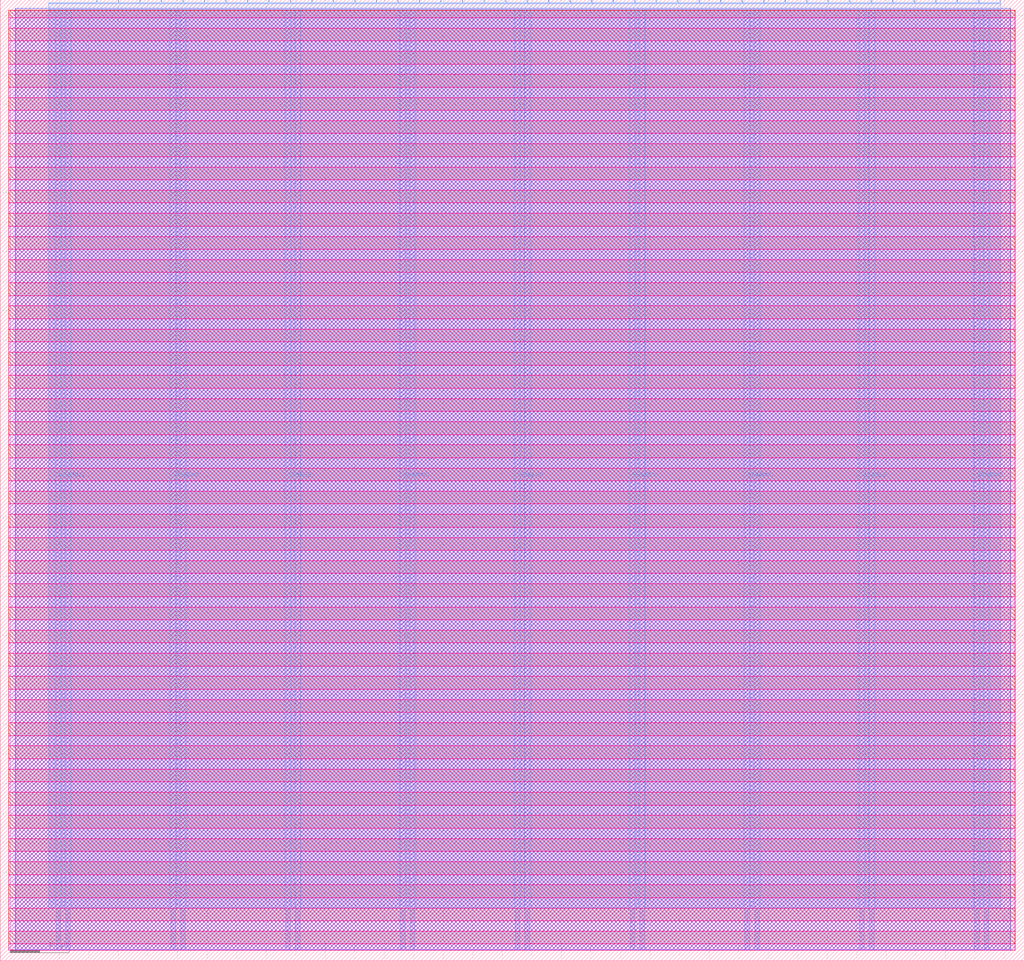
<source format=lef>
VERSION 5.7 ;
  NOWIREEXTENSIONATPIN ON ;
  DIVIDERCHAR "/" ;
  BUSBITCHARS "[]" ;
MACRO tt_um_mmorri22_lockpick_game
  CLASS BLOCK ;
  FOREIGN tt_um_mmorri22_lockpick_game ;
  ORIGIN 0.000 0.000 ;
  SIZE 346.640 BY 325.360 ;
  PIN VGND
    DIRECTION INOUT ;
    USE GROUND ;
    PORT
      LAYER Metal4 ;
        RECT 22.180 3.620 23.780 321.740 ;
    END
    PORT
      LAYER Metal4 ;
        RECT 61.050 3.620 62.650 321.740 ;
    END
    PORT
      LAYER Metal4 ;
        RECT 99.920 3.620 101.520 321.740 ;
    END
    PORT
      LAYER Metal4 ;
        RECT 138.790 3.620 140.390 321.740 ;
    END
    PORT
      LAYER Metal4 ;
        RECT 177.660 3.620 179.260 321.740 ;
    END
    PORT
      LAYER Metal4 ;
        RECT 216.530 3.620 218.130 321.740 ;
    END
    PORT
      LAYER Metal4 ;
        RECT 255.400 3.620 257.000 321.740 ;
    END
    PORT
      LAYER Metal4 ;
        RECT 294.270 3.620 295.870 321.740 ;
    END
    PORT
      LAYER Metal4 ;
        RECT 333.140 3.620 334.740 321.740 ;
    END
  END VGND
  PIN VPWR
    DIRECTION INOUT ;
    USE POWER ;
    PORT
      LAYER Metal4 ;
        RECT 18.880 3.620 20.480 321.740 ;
    END
    PORT
      LAYER Metal4 ;
        RECT 57.750 3.620 59.350 321.740 ;
    END
    PORT
      LAYER Metal4 ;
        RECT 96.620 3.620 98.220 321.740 ;
    END
    PORT
      LAYER Metal4 ;
        RECT 135.490 3.620 137.090 321.740 ;
    END
    PORT
      LAYER Metal4 ;
        RECT 174.360 3.620 175.960 321.740 ;
    END
    PORT
      LAYER Metal4 ;
        RECT 213.230 3.620 214.830 321.740 ;
    END
    PORT
      LAYER Metal4 ;
        RECT 252.100 3.620 253.700 321.740 ;
    END
    PORT
      LAYER Metal4 ;
        RECT 290.970 3.620 292.570 321.740 ;
    END
    PORT
      LAYER Metal4 ;
        RECT 329.840 3.620 331.440 321.740 ;
    END
  END VPWR
  PIN clk
    DIRECTION INPUT ;
    USE SIGNAL ;
    ANTENNAGATEAREA 4.738000 ;
    PORT
      LAYER Metal4 ;
        RECT 331.090 324.360 331.390 325.360 ;
    END
  END clk
  PIN ena
    DIRECTION INPUT ;
    USE SIGNAL ;
    ANTENNAGATEAREA 1.102000 ;
    PORT
      LAYER Metal4 ;
        RECT 338.370 324.360 338.670 325.360 ;
    END
  END ena
  PIN rst_n
    DIRECTION INPUT ;
    USE SIGNAL ;
    ANTENNAGATEAREA 0.741000 ;
    PORT
      LAYER Metal4 ;
        RECT 323.810 324.360 324.110 325.360 ;
    END
  END rst_n
  PIN ui_in[0]
    DIRECTION INPUT ;
    USE SIGNAL ;
    ANTENNAGATEAREA 0.396000 ;
    PORT
      LAYER Metal4 ;
        RECT 316.530 324.360 316.830 325.360 ;
    END
  END ui_in[0]
  PIN ui_in[1]
    DIRECTION INPUT ;
    USE SIGNAL ;
    ANTENNAGATEAREA 1.102000 ;
    PORT
      LAYER Metal4 ;
        RECT 309.250 324.360 309.550 325.360 ;
    END
  END ui_in[1]
  PIN ui_in[2]
    DIRECTION INPUT ;
    USE SIGNAL ;
    ANTENNAGATEAREA 1.102000 ;
    PORT
      LAYER Metal4 ;
        RECT 301.970 324.360 302.270 325.360 ;
    END
  END ui_in[2]
  PIN ui_in[3]
    DIRECTION INPUT ;
    USE SIGNAL ;
    ANTENNAGATEAREA 1.102000 ;
    PORT
      LAYER Metal4 ;
        RECT 294.690 324.360 294.990 325.360 ;
    END
  END ui_in[3]
  PIN ui_in[4]
    DIRECTION INPUT ;
    USE SIGNAL ;
    ANTENNAGATEAREA 1.102000 ;
    PORT
      LAYER Metal4 ;
        RECT 287.410 324.360 287.710 325.360 ;
    END
  END ui_in[4]
  PIN ui_in[5]
    DIRECTION INPUT ;
    USE SIGNAL ;
    ANTENNAGATEAREA 1.102000 ;
    PORT
      LAYER Metal4 ;
        RECT 280.130 324.360 280.430 325.360 ;
    END
  END ui_in[5]
  PIN ui_in[6]
    DIRECTION INPUT ;
    USE SIGNAL ;
    ANTENNAGATEAREA 1.102000 ;
    PORT
      LAYER Metal4 ;
        RECT 272.850 324.360 273.150 325.360 ;
    END
  END ui_in[6]
  PIN ui_in[7]
    DIRECTION INPUT ;
    USE SIGNAL ;
    ANTENNAGATEAREA 1.102000 ;
    PORT
      LAYER Metal4 ;
        RECT 265.570 324.360 265.870 325.360 ;
    END
  END ui_in[7]
  PIN uio_in[0]
    DIRECTION INPUT ;
    USE SIGNAL ;
    ANTENNAGATEAREA 0.396000 ;
    PORT
      LAYER Metal4 ;
        RECT 258.290 324.360 258.590 325.360 ;
    END
  END uio_in[0]
  PIN uio_in[1]
    DIRECTION INPUT ;
    USE SIGNAL ;
    ANTENNAGATEAREA 1.102000 ;
    PORT
      LAYER Metal4 ;
        RECT 251.010 324.360 251.310 325.360 ;
    END
  END uio_in[1]
  PIN uio_in[2]
    DIRECTION INPUT ;
    USE SIGNAL ;
    PORT
      LAYER Metal4 ;
        RECT 243.730 324.360 244.030 325.360 ;
    END
  END uio_in[2]
  PIN uio_in[3]
    DIRECTION INPUT ;
    USE SIGNAL ;
    PORT
      LAYER Metal4 ;
        RECT 236.450 324.360 236.750 325.360 ;
    END
  END uio_in[3]
  PIN uio_in[4]
    DIRECTION INPUT ;
    USE SIGNAL ;
    PORT
      LAYER Metal4 ;
        RECT 229.170 324.360 229.470 325.360 ;
    END
  END uio_in[4]
  PIN uio_in[5]
    DIRECTION INPUT ;
    USE SIGNAL ;
    PORT
      LAYER Metal4 ;
        RECT 221.890 324.360 222.190 325.360 ;
    END
  END uio_in[5]
  PIN uio_in[6]
    DIRECTION INPUT ;
    USE SIGNAL ;
    PORT
      LAYER Metal4 ;
        RECT 214.610 324.360 214.910 325.360 ;
    END
  END uio_in[6]
  PIN uio_in[7]
    DIRECTION INPUT ;
    USE SIGNAL ;
    PORT
      LAYER Metal4 ;
        RECT 207.330 324.360 207.630 325.360 ;
    END
  END uio_in[7]
  PIN uio_oe[0]
    DIRECTION OUTPUT ;
    USE SIGNAL ;
    ANTENNADIFFAREA 0.360800 ;
    PORT
      LAYER Metal4 ;
        RECT 83.570 324.360 83.870 325.360 ;
    END
  END uio_oe[0]
  PIN uio_oe[1]
    DIRECTION OUTPUT ;
    USE SIGNAL ;
    ANTENNADIFFAREA 0.360800 ;
    PORT
      LAYER Metal4 ;
        RECT 76.290 324.360 76.590 325.360 ;
    END
  END uio_oe[1]
  PIN uio_oe[2]
    DIRECTION OUTPUT ;
    USE SIGNAL ;
    ANTENNADIFFAREA 0.536800 ;
    PORT
      LAYER Metal4 ;
        RECT 69.010 324.360 69.310 325.360 ;
    END
  END uio_oe[2]
  PIN uio_oe[3]
    DIRECTION OUTPUT ;
    USE SIGNAL ;
    ANTENNADIFFAREA 0.536800 ;
    PORT
      LAYER Metal4 ;
        RECT 61.730 324.360 62.030 325.360 ;
    END
  END uio_oe[3]
  PIN uio_oe[4]
    DIRECTION OUTPUT ;
    USE SIGNAL ;
    ANTENNADIFFAREA 0.536800 ;
    PORT
      LAYER Metal4 ;
        RECT 54.450 324.360 54.750 325.360 ;
    END
  END uio_oe[4]
  PIN uio_oe[5]
    DIRECTION OUTPUT ;
    USE SIGNAL ;
    ANTENNADIFFAREA 0.536800 ;
    PORT
      LAYER Metal4 ;
        RECT 47.170 324.360 47.470 325.360 ;
    END
  END uio_oe[5]
  PIN uio_oe[6]
    DIRECTION OUTPUT ;
    USE SIGNAL ;
    ANTENNADIFFAREA 1.986000 ;
    PORT
      LAYER Metal4 ;
        RECT 39.890 324.360 40.190 325.360 ;
    END
  END uio_oe[6]
  PIN uio_oe[7]
    DIRECTION OUTPUT ;
    USE SIGNAL ;
    ANTENNADIFFAREA 1.986000 ;
    PORT
      LAYER Metal4 ;
        RECT 32.610 324.360 32.910 325.360 ;
    END
  END uio_oe[7]
  PIN uio_out[0]
    DIRECTION OUTPUT ;
    USE SIGNAL ;
    ANTENNADIFFAREA 1.986000 ;
    PORT
      LAYER Metal4 ;
        RECT 141.810 324.360 142.110 325.360 ;
    END
  END uio_out[0]
  PIN uio_out[1]
    DIRECTION OUTPUT ;
    USE SIGNAL ;
    ANTENNADIFFAREA 1.986000 ;
    PORT
      LAYER Metal4 ;
        RECT 134.530 324.360 134.830 325.360 ;
    END
  END uio_out[1]
  PIN uio_out[2]
    DIRECTION OUTPUT ;
    USE SIGNAL ;
    ANTENNADIFFAREA 1.986000 ;
    PORT
      LAYER Metal4 ;
        RECT 127.250 324.360 127.550 325.360 ;
    END
  END uio_out[2]
  PIN uio_out[3]
    DIRECTION OUTPUT ;
    USE SIGNAL ;
    ANTENNAGATEAREA 1.057000 ;
    ANTENNADIFFAREA 1.055600 ;
    PORT
      LAYER Metal4 ;
        RECT 119.970 324.360 120.270 325.360 ;
    END
  END uio_out[3]
  PIN uio_out[4]
    DIRECTION OUTPUT ;
    USE SIGNAL ;
    ANTENNAGATEAREA 1.057000 ;
    ANTENNADIFFAREA 1.055600 ;
    PORT
      LAYER Metal4 ;
        RECT 112.690 324.360 112.990 325.360 ;
    END
  END uio_out[4]
  PIN uio_out[5]
    DIRECTION OUTPUT ;
    USE SIGNAL ;
    ANTENNADIFFAREA 1.986000 ;
    PORT
      LAYER Metal4 ;
        RECT 105.410 324.360 105.710 325.360 ;
    END
  END uio_out[5]
  PIN uio_out[6]
    DIRECTION OUTPUT ;
    USE SIGNAL ;
    ANTENNADIFFAREA 1.986000 ;
    PORT
      LAYER Metal4 ;
        RECT 98.130 324.360 98.430 325.360 ;
    END
  END uio_out[6]
  PIN uio_out[7]
    DIRECTION OUTPUT ;
    USE SIGNAL ;
    ANTENNADIFFAREA 1.986000 ;
    PORT
      LAYER Metal4 ;
        RECT 90.850 324.360 91.150 325.360 ;
    END
  END uio_out[7]
  PIN uo_out[0]
    DIRECTION OUTPUT ;
    USE SIGNAL ;
    ANTENNADIFFAREA 1.060800 ;
    PORT
      LAYER Metal4 ;
        RECT 200.050 324.360 200.350 325.360 ;
    END
  END uo_out[0]
  PIN uo_out[1]
    DIRECTION OUTPUT ;
    USE SIGNAL ;
    ANTENNADIFFAREA 1.060800 ;
    PORT
      LAYER Metal4 ;
        RECT 192.770 324.360 193.070 325.360 ;
    END
  END uo_out[1]
  PIN uo_out[2]
    DIRECTION OUTPUT ;
    USE SIGNAL ;
    ANTENNADIFFAREA 1.060800 ;
    PORT
      LAYER Metal4 ;
        RECT 185.490 324.360 185.790 325.360 ;
    END
  END uo_out[2]
  PIN uo_out[3]
    DIRECTION OUTPUT ;
    USE SIGNAL ;
    ANTENNADIFFAREA 1.060800 ;
    PORT
      LAYER Metal4 ;
        RECT 178.210 324.360 178.510 325.360 ;
    END
  END uo_out[3]
  PIN uo_out[4]
    DIRECTION OUTPUT ;
    USE SIGNAL ;
    ANTENNADIFFAREA 1.060800 ;
    PORT
      LAYER Metal4 ;
        RECT 170.930 324.360 171.230 325.360 ;
    END
  END uo_out[4]
  PIN uo_out[5]
    DIRECTION OUTPUT ;
    USE SIGNAL ;
    ANTENNADIFFAREA 1.060800 ;
    PORT
      LAYER Metal4 ;
        RECT 163.650 324.360 163.950 325.360 ;
    END
  END uo_out[5]
  PIN uo_out[6]
    DIRECTION OUTPUT ;
    USE SIGNAL ;
    ANTENNADIFFAREA 1.060800 ;
    PORT
      LAYER Metal4 ;
        RECT 156.370 324.360 156.670 325.360 ;
    END
  END uo_out[6]
  PIN uo_out[7]
    DIRECTION OUTPUT ;
    USE SIGNAL ;
    ANTENNADIFFAREA 1.060800 ;
    PORT
      LAYER Metal4 ;
        RECT 149.090 324.360 149.390 325.360 ;
    END
  END uo_out[7]
  OBS
      LAYER Nwell ;
        RECT 2.930 319.280 343.710 321.870 ;
      LAYER Pwell ;
        RECT 2.930 315.760 343.710 319.280 ;
      LAYER Nwell ;
        RECT 2.930 311.440 343.710 315.760 ;
      LAYER Pwell ;
        RECT 2.930 307.920 343.710 311.440 ;
      LAYER Nwell ;
        RECT 2.930 303.600 343.710 307.920 ;
      LAYER Pwell ;
        RECT 2.930 300.080 343.710 303.600 ;
      LAYER Nwell ;
        RECT 2.930 295.760 343.710 300.080 ;
      LAYER Pwell ;
        RECT 2.930 292.240 343.710 295.760 ;
      LAYER Nwell ;
        RECT 2.930 287.920 343.710 292.240 ;
      LAYER Pwell ;
        RECT 2.930 284.400 343.710 287.920 ;
      LAYER Nwell ;
        RECT 2.930 280.080 343.710 284.400 ;
      LAYER Pwell ;
        RECT 2.930 276.560 343.710 280.080 ;
      LAYER Nwell ;
        RECT 2.930 272.240 343.710 276.560 ;
      LAYER Pwell ;
        RECT 2.930 268.720 343.710 272.240 ;
      LAYER Nwell ;
        RECT 2.930 264.400 343.710 268.720 ;
      LAYER Pwell ;
        RECT 2.930 260.880 343.710 264.400 ;
      LAYER Nwell ;
        RECT 2.930 256.560 343.710 260.880 ;
      LAYER Pwell ;
        RECT 2.930 253.040 343.710 256.560 ;
      LAYER Nwell ;
        RECT 2.930 248.720 343.710 253.040 ;
      LAYER Pwell ;
        RECT 2.930 245.200 343.710 248.720 ;
      LAYER Nwell ;
        RECT 2.930 240.880 343.710 245.200 ;
      LAYER Pwell ;
        RECT 2.930 237.360 343.710 240.880 ;
      LAYER Nwell ;
        RECT 2.930 233.040 343.710 237.360 ;
      LAYER Pwell ;
        RECT 2.930 229.520 343.710 233.040 ;
      LAYER Nwell ;
        RECT 2.930 225.200 343.710 229.520 ;
      LAYER Pwell ;
        RECT 2.930 221.680 343.710 225.200 ;
      LAYER Nwell ;
        RECT 2.930 217.360 343.710 221.680 ;
      LAYER Pwell ;
        RECT 2.930 213.840 343.710 217.360 ;
      LAYER Nwell ;
        RECT 2.930 209.520 343.710 213.840 ;
      LAYER Pwell ;
        RECT 2.930 206.000 343.710 209.520 ;
      LAYER Nwell ;
        RECT 2.930 201.680 343.710 206.000 ;
      LAYER Pwell ;
        RECT 2.930 198.160 343.710 201.680 ;
      LAYER Nwell ;
        RECT 2.930 193.840 343.710 198.160 ;
      LAYER Pwell ;
        RECT 2.930 190.320 343.710 193.840 ;
      LAYER Nwell ;
        RECT 2.930 186.000 343.710 190.320 ;
      LAYER Pwell ;
        RECT 2.930 182.480 343.710 186.000 ;
      LAYER Nwell ;
        RECT 2.930 178.160 343.710 182.480 ;
      LAYER Pwell ;
        RECT 2.930 174.640 343.710 178.160 ;
      LAYER Nwell ;
        RECT 2.930 170.320 343.710 174.640 ;
      LAYER Pwell ;
        RECT 2.930 166.800 343.710 170.320 ;
      LAYER Nwell ;
        RECT 2.930 162.480 343.710 166.800 ;
      LAYER Pwell ;
        RECT 2.930 158.960 343.710 162.480 ;
      LAYER Nwell ;
        RECT 2.930 154.640 343.710 158.960 ;
      LAYER Pwell ;
        RECT 2.930 151.120 343.710 154.640 ;
      LAYER Nwell ;
        RECT 2.930 146.800 343.710 151.120 ;
      LAYER Pwell ;
        RECT 2.930 143.280 343.710 146.800 ;
      LAYER Nwell ;
        RECT 2.930 138.960 343.710 143.280 ;
      LAYER Pwell ;
        RECT 2.930 135.440 343.710 138.960 ;
      LAYER Nwell ;
        RECT 2.930 131.120 343.710 135.440 ;
      LAYER Pwell ;
        RECT 2.930 127.600 343.710 131.120 ;
      LAYER Nwell ;
        RECT 2.930 123.280 343.710 127.600 ;
      LAYER Pwell ;
        RECT 2.930 119.760 343.710 123.280 ;
      LAYER Nwell ;
        RECT 2.930 115.440 343.710 119.760 ;
      LAYER Pwell ;
        RECT 2.930 111.920 343.710 115.440 ;
      LAYER Nwell ;
        RECT 2.930 107.600 343.710 111.920 ;
      LAYER Pwell ;
        RECT 2.930 104.080 343.710 107.600 ;
      LAYER Nwell ;
        RECT 2.930 99.760 343.710 104.080 ;
      LAYER Pwell ;
        RECT 2.930 96.240 343.710 99.760 ;
      LAYER Nwell ;
        RECT 2.930 91.920 343.710 96.240 ;
      LAYER Pwell ;
        RECT 2.930 88.400 343.710 91.920 ;
      LAYER Nwell ;
        RECT 2.930 84.080 343.710 88.400 ;
      LAYER Pwell ;
        RECT 2.930 80.560 343.710 84.080 ;
      LAYER Nwell ;
        RECT 2.930 76.240 343.710 80.560 ;
      LAYER Pwell ;
        RECT 2.930 72.720 343.710 76.240 ;
      LAYER Nwell ;
        RECT 2.930 68.400 343.710 72.720 ;
      LAYER Pwell ;
        RECT 2.930 64.880 343.710 68.400 ;
      LAYER Nwell ;
        RECT 2.930 60.560 343.710 64.880 ;
      LAYER Pwell ;
        RECT 2.930 57.040 343.710 60.560 ;
      LAYER Nwell ;
        RECT 2.930 52.720 343.710 57.040 ;
      LAYER Pwell ;
        RECT 2.930 49.200 343.710 52.720 ;
      LAYER Nwell ;
        RECT 2.930 44.880 343.710 49.200 ;
      LAYER Pwell ;
        RECT 2.930 41.360 343.710 44.880 ;
      LAYER Nwell ;
        RECT 2.930 37.040 343.710 41.360 ;
      LAYER Pwell ;
        RECT 2.930 33.520 343.710 37.040 ;
      LAYER Nwell ;
        RECT 2.930 29.200 343.710 33.520 ;
      LAYER Pwell ;
        RECT 2.930 25.680 343.710 29.200 ;
      LAYER Nwell ;
        RECT 2.930 21.360 343.710 25.680 ;
      LAYER Pwell ;
        RECT 2.930 17.840 343.710 21.360 ;
      LAYER Nwell ;
        RECT 2.930 13.520 343.710 17.840 ;
      LAYER Pwell ;
        RECT 2.930 10.000 343.710 13.520 ;
      LAYER Nwell ;
        RECT 2.930 5.680 343.710 10.000 ;
      LAYER Pwell ;
        RECT 2.930 3.490 343.710 5.680 ;
      LAYER Metal1 ;
        RECT 3.360 3.620 343.280 321.740 ;
      LAYER Metal2 ;
        RECT 5.180 3.730 342.020 322.470 ;
      LAYER Metal3 ;
        RECT 5.130 3.780 342.070 322.420 ;
      LAYER Metal4 ;
        RECT 16.380 324.060 32.310 324.360 ;
        RECT 33.210 324.060 39.590 324.360 ;
        RECT 40.490 324.060 46.870 324.360 ;
        RECT 47.770 324.060 54.150 324.360 ;
        RECT 55.050 324.060 61.430 324.360 ;
        RECT 62.330 324.060 68.710 324.360 ;
        RECT 69.610 324.060 75.990 324.360 ;
        RECT 76.890 324.060 83.270 324.360 ;
        RECT 84.170 324.060 90.550 324.360 ;
        RECT 91.450 324.060 97.830 324.360 ;
        RECT 98.730 324.060 105.110 324.360 ;
        RECT 106.010 324.060 112.390 324.360 ;
        RECT 113.290 324.060 119.670 324.360 ;
        RECT 120.570 324.060 126.950 324.360 ;
        RECT 127.850 324.060 134.230 324.360 ;
        RECT 135.130 324.060 141.510 324.360 ;
        RECT 142.410 324.060 148.790 324.360 ;
        RECT 149.690 324.060 156.070 324.360 ;
        RECT 156.970 324.060 163.350 324.360 ;
        RECT 164.250 324.060 170.630 324.360 ;
        RECT 171.530 324.060 177.910 324.360 ;
        RECT 178.810 324.060 185.190 324.360 ;
        RECT 186.090 324.060 192.470 324.360 ;
        RECT 193.370 324.060 199.750 324.360 ;
        RECT 200.650 324.060 207.030 324.360 ;
        RECT 207.930 324.060 214.310 324.360 ;
        RECT 215.210 324.060 221.590 324.360 ;
        RECT 222.490 324.060 228.870 324.360 ;
        RECT 229.770 324.060 236.150 324.360 ;
        RECT 237.050 324.060 243.430 324.360 ;
        RECT 244.330 324.060 250.710 324.360 ;
        RECT 251.610 324.060 257.990 324.360 ;
        RECT 258.890 324.060 265.270 324.360 ;
        RECT 266.170 324.060 272.550 324.360 ;
        RECT 273.450 324.060 279.830 324.360 ;
        RECT 280.730 324.060 287.110 324.360 ;
        RECT 288.010 324.060 294.390 324.360 ;
        RECT 295.290 324.060 301.670 324.360 ;
        RECT 302.570 324.060 308.950 324.360 ;
        RECT 309.850 324.060 316.230 324.360 ;
        RECT 317.130 324.060 323.510 324.360 ;
        RECT 324.410 324.060 330.790 324.360 ;
        RECT 331.690 324.060 338.070 324.360 ;
        RECT 16.380 322.040 338.660 324.060 ;
        RECT 16.380 18.010 18.580 322.040 ;
        RECT 20.780 18.010 21.880 322.040 ;
        RECT 24.080 18.010 57.450 322.040 ;
        RECT 59.650 18.010 60.750 322.040 ;
        RECT 62.950 18.010 96.320 322.040 ;
        RECT 98.520 18.010 99.620 322.040 ;
        RECT 101.820 18.010 135.190 322.040 ;
        RECT 137.390 18.010 138.490 322.040 ;
        RECT 140.690 18.010 174.060 322.040 ;
        RECT 176.260 18.010 177.360 322.040 ;
        RECT 179.560 18.010 212.930 322.040 ;
        RECT 215.130 18.010 216.230 322.040 ;
        RECT 218.430 18.010 251.800 322.040 ;
        RECT 254.000 18.010 255.100 322.040 ;
        RECT 257.300 18.010 290.670 322.040 ;
        RECT 292.870 18.010 293.970 322.040 ;
        RECT 296.170 18.010 329.540 322.040 ;
        RECT 331.740 18.010 332.840 322.040 ;
        RECT 335.040 18.010 338.660 322.040 ;
  END
END tt_um_mmorri22_lockpick_game
END LIBRARY


</source>
